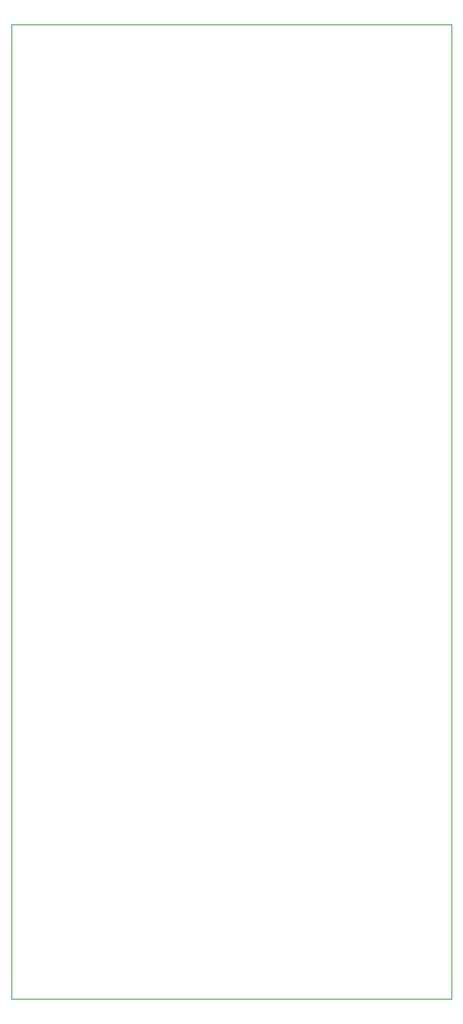
<source format=gbr>
%TF.GenerationSoftware,KiCad,Pcbnew,7.0.1*%
%TF.CreationDate,2024-08-14T21:14:33-04:00*%
%TF.ProjectId,attenuverter_mixer,61747465-6e75-4766-9572-7465725f6d69,rev?*%
%TF.SameCoordinates,Original*%
%TF.FileFunction,Profile,NP*%
%FSLAX46Y46*%
G04 Gerber Fmt 4.6, Leading zero omitted, Abs format (unit mm)*
G04 Created by KiCad (PCBNEW 7.0.1) date 2024-08-14 21:14:33*
%MOMM*%
%LPD*%
G01*
G04 APERTURE LIST*
%TA.AperFunction,Profile*%
%ADD10C,0.100000*%
%TD*%
G04 APERTURE END LIST*
D10*
X111506000Y-45339000D02*
X160274000Y-45339000D01*
X160274000Y-153289000D01*
X111506000Y-153289000D01*
X111506000Y-45339000D01*
M02*

</source>
